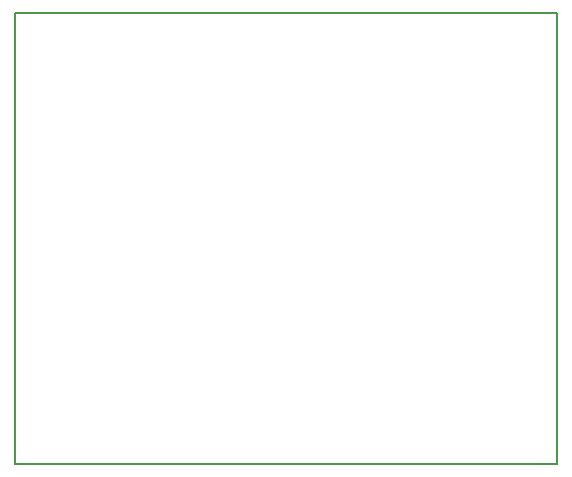
<source format=gbr>
%TF.GenerationSoftware,KiCad,Pcbnew,7.0.6-0*%
%TF.CreationDate,2024-03-12T16:57:41-04:00*%
%TF.ProjectId,Bai_channels,4261695f-6368-4616-9e6e-656c732e6b69,rev?*%
%TF.SameCoordinates,Original*%
%TF.FileFunction,Profile,NP*%
%FSLAX46Y46*%
G04 Gerber Fmt 4.6, Leading zero omitted, Abs format (unit mm)*
G04 Created by KiCad (PCBNEW 7.0.6-0) date 2024-03-12 16:57:41*
%MOMM*%
%LPD*%
G01*
G04 APERTURE LIST*
%TA.AperFunction,Profile*%
%ADD10C,0.200000*%
%TD*%
G04 APERTURE END LIST*
D10*
X133475000Y-77355000D02*
X179375000Y-77355000D01*
X179375000Y-115595000D01*
X133475000Y-115595000D01*
X133475000Y-77355000D01*
M02*

</source>
